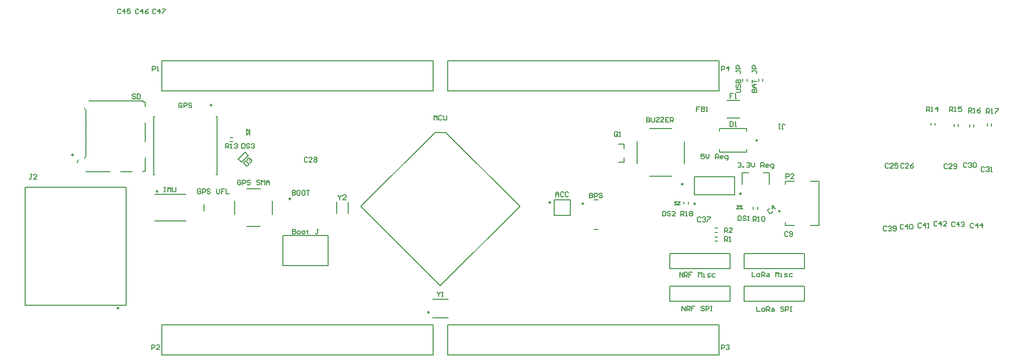
<source format=gbr>
%TF.GenerationSoftware,Altium Limited,Altium Designer,22.1.2 (22)*%
G04 Layer_Color=16777215*
%FSLAX45Y45*%
%MOMM*%
%TF.SameCoordinates,5EC5152B-D9DC-4A70-AFCB-378F050BE7B4*%
%TF.FilePolarity,Positive*%
%TF.FileFunction,Legend,Top*%
%TF.Part,Single*%
G01*
G75*
%TA.AperFunction,NonConductor*%
%ADD98C,0.25000*%
%ADD99C,0.20000*%
D98*
X11591574Y3635000D02*
G03*
X11591574Y3635000I-12500J0D01*
G01*
X11318351Y2735403D02*
G03*
X11318351Y2735403I-12500J0D01*
G01*
X11972500Y2442501D02*
G03*
X11972500Y2442501I-12500J0D01*
G01*
X1487500Y2775000D02*
G03*
X1487500Y2775000I-12500J0D01*
G01*
X830000Y805500D02*
G03*
X830000Y805500I-12500J0D01*
G01*
X10337500Y2897500D02*
G03*
X10337500Y2897500I-12500J0D01*
G01*
X61250Y3388750D02*
G03*
X61250Y3388750I-12500J0D01*
G01*
X6060000Y735000D02*
G03*
X6060000Y735000I-12500J0D01*
G01*
X8105000Y2587500D02*
G03*
X8105000Y2587500I-12500J0D01*
G01*
X8662500Y2567500D02*
G03*
X8662500Y2567500I-12500J0D01*
G01*
X3725000Y2650000D02*
G03*
X3725000Y2650000I-12500J0D01*
G01*
X10545425Y2565000D02*
G03*
X10545425Y2565000I-12500J0D01*
G01*
X2395000Y4229426D02*
G03*
X2395000Y4229426I-12500J0D01*
G01*
D99*
X273750Y3606220D02*
G03*
X283750Y3616220I0J10000D01*
G01*
Y3886220D02*
G03*
X273750Y3896220I-10000J0D01*
G01*
X147530Y3306218D02*
G03*
X133750Y3271750I36221J-34469D01*
G01*
X273750Y3876220D02*
G03*
X283750Y3886220I0J10000D01*
G01*
Y3616220D02*
G03*
X273750Y3626220I-10000J0D01*
G01*
X252429Y3330792D02*
G03*
X273751Y3371749I-28679J40958D01*
G01*
Y4137750D02*
G03*
X253841Y4177682I-50000J0D01*
G01*
X10955575Y3438000D02*
X11412575D01*
X10955575Y3787500D02*
Y3832000D01*
Y3438000D02*
Y3482500D01*
Y3832000D02*
X11412575D01*
Y3787500D02*
Y3832000D01*
Y3438000D02*
Y3482500D01*
X11333350Y3085403D02*
X11440850D01*
X11685851D02*
X11793351D01*
Y2892903D02*
Y3085403D01*
X11333350Y2892903D02*
Y3085403D01*
X12625000Y2197501D02*
X12625000Y2947500D01*
X12065000Y2892500D02*
Y2947500D01*
X12215000Y2947500D01*
X12485000D02*
X12625000Y2947500D01*
X12485000Y2197500D02*
X12625000Y2197501D01*
X12065000Y2197500D02*
X12215000Y2197501D01*
X12065000Y2252500D02*
X12065000Y2197500D01*
X1435000Y2725000D02*
X1965000D01*
X1435000Y2275000D02*
X1965000D01*
X10425000Y2559999D02*
X10425000Y2600000D01*
X10355000Y2559999D02*
Y2600000D01*
X10244575Y2550320D02*
X10294575Y2600319D01*
X10244574Y2550320D02*
X10244575D01*
X10194574Y2600319D02*
X10244574Y2550320D01*
X10194574Y2600319D02*
X10294575D01*
X10194574Y2550320D02*
X10294575Y2550320D01*
X11369000Y1473000D02*
Y1727000D01*
X12385000D01*
X11369000Y1473000D02*
X12385000D01*
Y1727000D01*
X11369000Y923000D02*
Y1177000D01*
X12385000Y1177000D01*
X11369000Y923000D02*
X12385000Y923000D01*
Y1177000D01*
X2844211Y3320780D02*
X2872496Y3292496D01*
X2844211Y3320780D02*
X2957348Y3433917D01*
X3013917Y3377348D01*
X2900780Y3264211D02*
X3013917Y3377348D01*
X2872496Y3292496D02*
X2900780Y3264211D01*
X-751000Y853000D02*
X951000D01*
Y2847000D01*
X-751000D02*
X951000D01*
X-751000Y853000D02*
Y2847000D01*
X9252500Y3270000D02*
X9340000D01*
Y3497500D02*
Y3570000D01*
Y3270000D02*
Y3342500D01*
X9252500Y3570000D02*
X9340000D01*
X15464999Y3880000D02*
Y3920000D01*
X15535001Y3880000D02*
Y3920000D01*
X15164999Y3860000D02*
Y3900000D01*
X15235001Y3860000D02*
Y3900000D01*
X2981892Y2817500D02*
X3218092D01*
X3417508Y2381900D02*
Y2618100D01*
X2981916Y2182492D02*
X3218116D01*
X2782500Y2381892D02*
Y2618092D01*
X9560000Y3242500D02*
Y3617500D01*
X9772500Y3830000D02*
X10147500D01*
X10360000Y3242500D02*
Y3617500D01*
X9772500Y3030000D02*
X10147500D01*
X6158558Y3768832D02*
X6340284D01*
X7587972Y2521144D01*
X6249421Y1182593D02*
X7587972Y2521144D01*
X4910870D02*
X6249421Y1182593D01*
X4910870Y2521144D02*
X6158558Y3768832D01*
X273750Y3626219D02*
Y3876220D01*
X1273751Y4207250D02*
X1273751Y4234250D01*
X1241751Y3113750D02*
X1273751Y3113750D01*
X1241751Y3101750D02*
Y3113750D01*
X1273751Y3113750D02*
Y3132250D01*
Y3610250D02*
Y3937250D01*
X1241751Y4284750D02*
X1273751D01*
X323750Y4296750D02*
X1241751D01*
X1273751Y4234250D02*
Y4284750D01*
Y3132250D02*
Y3340250D01*
X1233750Y3101750D02*
X1241751D01*
X273750Y3896220D02*
Y4137750D01*
X1241751Y4284750D02*
Y4296750D01*
X273750Y3371749D02*
Y3606220D01*
X863750Y3101750D02*
X1053750D01*
X278750Y3102350D02*
X683750D01*
X133750Y3260250D02*
Y3271750D01*
X10945000Y19000D02*
Y527000D01*
X6373000Y19000D02*
Y527000D01*
X10945000D01*
X6373000Y19000D02*
X10945000D01*
X6127000Y19000D02*
Y527000D01*
X1555000Y19000D02*
Y527000D01*
X6127000D01*
X1555000Y19000D02*
X6127000Y19000D01*
X6120000Y957500D02*
X6380000D01*
X6120000Y644400D02*
X6380000D01*
X14514999Y3890000D02*
Y3930000D01*
X14585001Y3890000D02*
Y3930000D01*
X8165000Y2365000D02*
Y2635000D01*
Y2365000D02*
X8435000D01*
Y2635000D01*
X8165000D02*
X8435000D01*
X8838400Y2630000D02*
X8901600D01*
X8838400Y2130000D02*
X8901600D01*
X11075500Y4307000D02*
X11294500D01*
X11075500Y4013000D02*
X11294500D01*
X11685000Y4630000D02*
Y4670000D01*
X11615000Y4630000D02*
Y4670000D01*
X11345000Y4630000D02*
Y4670000D01*
X11415000Y4630000D02*
Y4670000D01*
X11522000Y2469200D02*
Y2509200D01*
X11592000Y2469200D02*
Y2509200D01*
X10880000Y2005000D02*
X10920000D01*
X10880000Y1935000D02*
X10920000D01*
X11237991Y2479680D02*
X11287991Y2529680D01*
X11287991D01*
X11337991Y2479681D01*
X11237991Y2479680D02*
X11337991Y2479681D01*
X11237991Y2529680D02*
X11337991D01*
X10880000Y2155000D02*
X10920000D01*
X10880000Y2085000D02*
X10920000D01*
X10532925Y2720000D02*
X11202925Y2720000D01*
X10532925Y3020000D02*
X11202925D01*
X10532925Y2720000D02*
Y3020000D01*
X11202925Y2720000D02*
Y3020000D01*
X3594000Y1519000D02*
Y2027000D01*
X4356000Y1519000D02*
Y2027000D01*
X3594000Y1519000D02*
X4356000D01*
X3594000Y2027000D02*
X4356000D01*
X3594000D02*
X4080832D01*
X2262500Y2442500D02*
Y2557500D01*
X2467500Y4036925D02*
X2485000D01*
X1415000D02*
X1432500D01*
X1415000Y3056925D02*
Y4036925D01*
X2467500Y3056925D02*
X2485000D01*
X1415000D02*
X1432500D01*
X2485000D02*
Y4036925D01*
X2707075Y3615000D02*
X2747075D01*
X2707075Y3685000D02*
X2747075D01*
X10111000Y1473000D02*
Y1727000D01*
X11127000Y1727000D01*
X10111000Y1473000D02*
X11127000Y1473000D01*
Y1727000D01*
X10111000Y923000D02*
Y1177000D01*
X11127000D01*
X10111000Y923000D02*
X11127000D01*
Y1177000D01*
X2989680Y3825360D02*
X3039680Y3775360D01*
Y3775360D02*
Y3775360D01*
X2989681Y3725360D02*
X3039680Y3775360D01*
X2989680Y3825360D02*
X2989681Y3725360D01*
X3039680D02*
Y3825360D01*
X6373000Y4977000D02*
X10945000D01*
X6373000Y4469000D02*
X10945000D01*
X10945000Y4977000D02*
X10945000Y4469000D01*
X6373000D02*
Y4977000D01*
X1555000Y4977000D02*
X6127000D01*
X1555000Y4469000D02*
X6127000D01*
Y4977000D01*
X1555000Y4469000D02*
Y4977000D01*
X14905000Y3870000D02*
Y3910000D01*
X14975000Y3870000D02*
Y3910000D01*
X4700000Y2400000D02*
Y2600000D01*
X4500000Y2400000D02*
Y2600000D01*
X11131684Y3949987D02*
Y3870013D01*
X11171671D01*
X11185000Y3883342D01*
Y3936658D01*
X11171671Y3949987D01*
X11131684D01*
X11211658Y3870013D02*
X11238316D01*
X11224987D01*
Y3949987D01*
X11211658Y3936658D01*
X11263447Y3245390D02*
X11276777Y3258719D01*
X11303435D01*
X11316763Y3245390D01*
Y3232061D01*
X11303435Y3218732D01*
X11290105D01*
X11303435D01*
X11316763Y3205403D01*
Y3192074D01*
X11303435Y3178745D01*
X11276777D01*
X11263447Y3192074D01*
X11343422Y3178745D02*
Y3192074D01*
X11356751D01*
Y3178745D01*
X11343422D01*
X11410067Y3245390D02*
X11423396Y3258719D01*
X11450054D01*
X11463383Y3245390D01*
Y3232061D01*
X11450054Y3218732D01*
X11436725D01*
X11450054D01*
X11463383Y3205403D01*
Y3192074D01*
X11450054Y3178745D01*
X11423396D01*
X11410067Y3192074D01*
X11490041Y3258719D02*
Y3205403D01*
X11516699Y3178745D01*
X11543357Y3205403D01*
Y3258719D01*
X11649989Y3178745D02*
Y3258719D01*
X11689977D01*
X11703306Y3245390D01*
Y3218732D01*
X11689977Y3205403D01*
X11649989D01*
X11676647D02*
X11703306Y3178745D01*
X11769951D02*
X11743293D01*
X11729964Y3192074D01*
Y3218732D01*
X11743293Y3232061D01*
X11769951D01*
X11783280Y3218732D01*
Y3205403D01*
X11729964D01*
X11836596Y3152087D02*
X11849925D01*
X11863254Y3165416D01*
Y3232061D01*
X11823267D01*
X11809938Y3218732D01*
Y3192074D01*
X11823267Y3178745D01*
X11863254D01*
X10636684Y2326658D02*
X10623355Y2339987D01*
X10596697D01*
X10583368Y2326658D01*
Y2273342D01*
X10596697Y2260013D01*
X10623355D01*
X10636684Y2273342D01*
X10663342Y2326658D02*
X10676671Y2339987D01*
X10703329D01*
X10716658Y2326658D01*
Y2313329D01*
X10703329Y2300000D01*
X10690000D01*
X10703329D01*
X10716658Y2286671D01*
Y2273342D01*
X10703329Y2260013D01*
X10676671D01*
X10663342Y2273342D01*
X10743316Y2339987D02*
X10796632D01*
Y2326658D01*
X10743316Y2273342D01*
Y2260013D01*
X11036684Y1930013D02*
Y2009987D01*
X11076671D01*
X11090000Y1996658D01*
Y1970000D01*
X11076671Y1956671D01*
X11036684D01*
X11063342D02*
X11090000Y1930013D01*
X11116658D02*
X11143316D01*
X11129987D01*
Y2009987D01*
X11116658Y1996658D01*
X12073355Y2990013D02*
Y3069987D01*
X12113342D01*
X12126671Y3056658D01*
Y3030000D01*
X12113342Y3016671D01*
X12073355D01*
X12206645Y2990013D02*
X12153329D01*
X12206645Y3043329D01*
Y3056658D01*
X12193316Y3069987D01*
X12166658D01*
X12153329Y3056658D01*
X1588782Y2844987D02*
X1615440D01*
X1602111D01*
Y2765013D01*
X1588782D01*
X1615440D01*
X1655427D02*
Y2844987D01*
X1682086Y2818329D01*
X1708744Y2844987D01*
Y2765013D01*
X1735402Y2844987D02*
Y2778342D01*
X1748731Y2765013D01*
X1775389D01*
X1788718Y2778342D01*
Y2844987D01*
X10300032Y2360013D02*
Y2439987D01*
X10340019D01*
X10353348Y2426658D01*
Y2400000D01*
X10340019Y2386671D01*
X10300032D01*
X10326690D02*
X10353348Y2360013D01*
X10380006D02*
X10406664D01*
X10393336D01*
Y2439987D01*
X10380006Y2426658D01*
X10446652D02*
X10459981Y2439987D01*
X10486639D01*
X10499968Y2426658D01*
Y2413329D01*
X10486639Y2400000D01*
X10499968Y2386671D01*
Y2373342D01*
X10486639Y2360013D01*
X10459981D01*
X10446652Y2373342D01*
Y2386671D01*
X10459981Y2400000D01*
X10446652Y2413329D01*
Y2426658D01*
X10459981Y2400000D02*
X10486639D01*
X9993368Y2439987D02*
Y2360013D01*
X10033355D01*
X10046684Y2373342D01*
Y2426658D01*
X10033355Y2439987D01*
X9993368D01*
X10126658Y2426658D02*
X10113329Y2439987D01*
X10086671D01*
X10073342Y2426658D01*
Y2413329D01*
X10086671Y2400000D01*
X10113329D01*
X10126658Y2386671D01*
Y2373342D01*
X10113329Y2360013D01*
X10086671D01*
X10073342Y2373342D01*
X10206632Y2360013D02*
X10153316D01*
X10206632Y2413329D01*
Y2426658D01*
X10193303Y2439987D01*
X10166645D01*
X10153316Y2426658D01*
X11499910Y1414787D02*
Y1334813D01*
X11553226D01*
X11593213D02*
X11619871D01*
X11633200Y1348142D01*
Y1374800D01*
X11619871Y1388129D01*
X11593213D01*
X11579884Y1374800D01*
Y1348142D01*
X11593213Y1334813D01*
X11659858D02*
Y1414787D01*
X11699846D01*
X11713174Y1401458D01*
Y1374800D01*
X11699846Y1361471D01*
X11659858D01*
X11686516D02*
X11713174Y1334813D01*
X11753162Y1388129D02*
X11779820D01*
X11793149Y1374800D01*
Y1334813D01*
X11753162D01*
X11739833Y1348142D01*
X11753162Y1361471D01*
X11793149D01*
X11899781Y1334813D02*
Y1414787D01*
X11926439Y1388129D01*
X11953097Y1414787D01*
Y1334813D01*
X11979755D02*
X12006413D01*
X11993084D01*
Y1388129D01*
X11979755D01*
X12046400Y1334813D02*
X12086388D01*
X12099716Y1348142D01*
X12086388Y1361471D01*
X12059729D01*
X12046400Y1374800D01*
X12059729Y1388129D01*
X12099716D01*
X12179691D02*
X12139704D01*
X12126375Y1374800D01*
Y1348142D01*
X12139704Y1334813D01*
X12179691D01*
X11582761Y829987D02*
Y750013D01*
X11636077D01*
X11676065D02*
X11702723D01*
X11716051Y763342D01*
Y790000D01*
X11702723Y803329D01*
X11676065D01*
X11662735Y790000D01*
Y763342D01*
X11676065Y750013D01*
X11742710D02*
Y829987D01*
X11782697D01*
X11796026Y816658D01*
Y790000D01*
X11782697Y776671D01*
X11742710D01*
X11769368D02*
X11796026Y750013D01*
X11836013Y803329D02*
X11862671D01*
X11876000Y790000D01*
Y750013D01*
X11836013D01*
X11822684Y763342D01*
X11836013Y776671D01*
X11876000D01*
X12035948Y816658D02*
X12022619Y829987D01*
X11995961D01*
X11982632Y816658D01*
Y803329D01*
X11995961Y790000D01*
X12022619D01*
X12035948Y776671D01*
Y763342D01*
X12022619Y750013D01*
X11995961D01*
X11982632Y763342D01*
X12062606Y750013D02*
Y829987D01*
X12102594D01*
X12115922Y816658D01*
Y790000D01*
X12102594Y776671D01*
X12062606D01*
X12142580Y829987D02*
X12169239D01*
X12155910D01*
Y750013D01*
X12142580D01*
X12169239D01*
X2931445Y3252433D02*
X2987996Y3195882D01*
X3016271Y3224158D01*
X3016271Y3243008D01*
X2978570Y3280708D01*
X2959721D01*
X2931445Y3252433D01*
X2997420Y3299558D02*
X2997421Y3318408D01*
X3016271Y3337258D01*
X3035121D01*
X3044546Y3327833D01*
Y3308983D01*
X3035121Y3299558D01*
X3044546Y3308983D01*
X3063396Y3308983D01*
X3072821Y3299558D01*
X3072821Y3280708D01*
X3053971Y3261858D01*
X3035121D01*
X-630919Y3059633D02*
X-657578D01*
X-644248D01*
Y2992988D01*
X-657578Y2979659D01*
X-670906D01*
X-684236Y2992988D01*
X-550945Y2979659D02*
X-604261D01*
X-550945Y3032975D01*
Y3046304D01*
X-564274Y3059633D01*
X-590932D01*
X-604261Y3046304D01*
X12001611Y3826207D02*
X12028269D01*
X12014940D01*
Y3892853D01*
X12028269Y3906182D01*
X12041598D01*
X12054927Y3892853D01*
X11974953Y3906182D02*
X11948295D01*
X11961624D01*
Y3826207D01*
X11974953Y3839536D01*
X15450032Y4090013D02*
Y4169987D01*
X15490019D01*
X15503348Y4156658D01*
Y4130000D01*
X15490019Y4116671D01*
X15450032D01*
X15476691D02*
X15503348Y4090013D01*
X15530006D02*
X15556664D01*
X15543335D01*
Y4169987D01*
X15530006Y4156658D01*
X15596652Y4169987D02*
X15649968D01*
Y4156658D01*
X15596652Y4103342D01*
Y4090013D01*
X15150032Y4100013D02*
Y4179987D01*
X15190019D01*
X15203348Y4166658D01*
Y4140000D01*
X15190019Y4126671D01*
X15150032D01*
X15176691D02*
X15203348Y4100013D01*
X15230006D02*
X15256664D01*
X15243336D01*
Y4179987D01*
X15230006Y4166658D01*
X15349968Y4179987D02*
X15323309Y4166658D01*
X15296652Y4140000D01*
Y4113342D01*
X15309981Y4100013D01*
X15336639D01*
X15349968Y4113342D01*
Y4126671D01*
X15336639Y4140000D01*
X15296652D01*
X9233137Y3714628D02*
Y3767944D01*
X9219808Y3781273D01*
X9193150D01*
X9179821Y3767944D01*
Y3714628D01*
X9193150Y3701298D01*
X9219808D01*
X9206479Y3727956D02*
X9233137Y3701298D01*
X9219808D02*
X9233137Y3714628D01*
X9259795Y3701298D02*
X9286453D01*
X9273124D01*
Y3781273D01*
X9259795Y3767944D01*
X1455528Y5835084D02*
X1442199Y5848412D01*
X1415541D01*
X1402212Y5835084D01*
Y5781767D01*
X1415541Y5768438D01*
X1442199D01*
X1455528Y5781767D01*
X1522173Y5768438D02*
Y5848412D01*
X1482186Y5808426D01*
X1535502D01*
X1562160Y5848412D02*
X1615477D01*
Y5835084D01*
X1562160Y5781767D01*
Y5768438D01*
X1165528Y5835084D02*
X1152199Y5848412D01*
X1125541D01*
X1112212Y5835084D01*
Y5781767D01*
X1125541Y5768438D01*
X1152199D01*
X1165528Y5781767D01*
X1232174Y5768438D02*
Y5848412D01*
X1192186Y5808426D01*
X1245502D01*
X1325477Y5848412D02*
X1298819Y5835084D01*
X1272161Y5808426D01*
Y5781767D01*
X1285490Y5768438D01*
X1312148D01*
X1325477Y5781767D01*
Y5795096D01*
X1312148Y5808426D01*
X1272161D01*
X865528Y5835084D02*
X852199Y5848412D01*
X825541D01*
X812212Y5835084D01*
Y5781767D01*
X825541Y5768438D01*
X852199D01*
X865528Y5781767D01*
X932174Y5768438D02*
Y5848412D01*
X892186Y5808426D01*
X945503D01*
X1025477Y5848412D02*
X972161D01*
Y5808426D01*
X998819Y5821754D01*
X1012148D01*
X1025477Y5808426D01*
Y5781767D01*
X1012148Y5768438D01*
X985490D01*
X972161Y5781767D01*
X2886735Y2951650D02*
X2873406Y2964979D01*
X2846748D01*
X2833419Y2951650D01*
Y2898334D01*
X2846748Y2885005D01*
X2873406D01*
X2886735Y2898334D01*
Y2924992D01*
X2860077D01*
X2913393Y2885005D02*
Y2964979D01*
X2953381D01*
X2966710Y2951650D01*
Y2924992D01*
X2953381Y2911663D01*
X2913393D01*
X3046684Y2951650D02*
X3033355Y2964979D01*
X3006697D01*
X2993368Y2951650D01*
Y2938321D01*
X3006697Y2924992D01*
X3033355D01*
X3046684Y2911663D01*
Y2898334D01*
X3033355Y2885005D01*
X3006697D01*
X2993368Y2898334D01*
X3206632Y2951650D02*
X3193303Y2964979D01*
X3166645D01*
X3153316Y2951650D01*
Y2938321D01*
X3166645Y2924992D01*
X3193303D01*
X3206632Y2911663D01*
Y2898334D01*
X3193303Y2885005D01*
X3166645D01*
X3153316Y2898334D01*
X3233290Y2885005D02*
Y2964979D01*
X3259948Y2938321D01*
X3286606Y2964979D01*
Y2885005D01*
X3313264D02*
Y2938321D01*
X3339922Y2964979D01*
X3366581Y2938321D01*
Y2885005D01*
Y2924992D01*
X3313264D01*
X9723407Y4019987D02*
Y3940013D01*
X9763394D01*
X9776723Y3953342D01*
Y3966671D01*
X9763394Y3980000D01*
X9723407D01*
X9763394D01*
X9776723Y3993329D01*
Y4006658D01*
X9763394Y4019987D01*
X9723407D01*
X9803381D02*
Y3953342D01*
X9816710Y3940013D01*
X9843368D01*
X9856697Y3953342D01*
Y4019987D01*
X9883355D02*
X9936671D01*
Y4006658D01*
X9883355Y3953342D01*
Y3940013D01*
X9936671D01*
X9963329Y4019987D02*
X10016645D01*
Y4006658D01*
X9963329Y3953342D01*
Y3940013D01*
X10016645D01*
X10096619Y4019987D02*
X10043303D01*
Y3940013D01*
X10096619D01*
X10043303Y3980000D02*
X10069961D01*
X10123277Y3940013D02*
Y4019987D01*
X10163265D01*
X10176594Y4006658D01*
Y3980000D01*
X10163265Y3966671D01*
X10123277D01*
X10149936D02*
X10176594Y3940013D01*
X6143368Y3974658D02*
Y4054632D01*
X6170026Y4027974D01*
X6196684Y4054632D01*
Y3974658D01*
X6276658Y4041303D02*
X6263329Y4054632D01*
X6236671D01*
X6223342Y4041303D01*
Y3987987D01*
X6236671Y3974658D01*
X6263329D01*
X6276658Y3987987D01*
X6303316Y4054632D02*
Y3987987D01*
X6316645Y3974658D01*
X6343303D01*
X6356632Y3987987D01*
Y4054632D01*
X14440031Y4120013D02*
Y4199987D01*
X14480019D01*
X14493349Y4186658D01*
Y4160000D01*
X14480019Y4146671D01*
X14440031D01*
X14466690D02*
X14493349Y4120013D01*
X14520006D02*
X14546664D01*
X14533334D01*
Y4199987D01*
X14520006Y4186658D01*
X14626639Y4120013D02*
Y4199987D01*
X14586652Y4160000D01*
X14639967D01*
X14353458Y2225083D02*
X14340128Y2238412D01*
X14313470D01*
X14300140Y2225083D01*
Y2171767D01*
X14313470Y2158438D01*
X14340128D01*
X14353458Y2171767D01*
X14420102Y2158438D02*
Y2238412D01*
X14380115Y2198425D01*
X14433430D01*
X14460089Y2158438D02*
X14486748D01*
X14473419D01*
Y2238412D01*
X14460089Y2225083D01*
X14050128Y2205084D02*
X14036800Y2218413D01*
X14010141D01*
X13996812Y2205084D01*
Y2151768D01*
X14010141Y2138438D01*
X14036800D01*
X14050128Y2151768D01*
X14116772Y2138438D02*
Y2218413D01*
X14076785Y2178426D01*
X14130103D01*
X14156760Y2205084D02*
X14170090Y2218413D01*
X14196748D01*
X14210075Y2205084D01*
Y2151768D01*
X14196748Y2138438D01*
X14170090D01*
X14156760Y2151768D01*
Y2205084D01*
X13770128Y2175084D02*
X13756799Y2188413D01*
X13730141D01*
X13716812Y2175084D01*
Y2121768D01*
X13730141Y2108439D01*
X13756799D01*
X13770128Y2121768D01*
X13796786Y2175084D02*
X13810115Y2188413D01*
X13836774D01*
X13850102Y2175084D01*
Y2161755D01*
X13836774Y2148426D01*
X13823444D01*
X13836774D01*
X13850102Y2135097D01*
Y2121768D01*
X13836774Y2108439D01*
X13810115D01*
X13796786Y2121768D01*
X13876759D02*
X13890089Y2108439D01*
X13916748D01*
X13930077Y2121768D01*
Y2175084D01*
X13916748Y2188413D01*
X13890089D01*
X13876759Y2175084D01*
Y2161755D01*
X13890089Y2148426D01*
X13930077D01*
X4525285Y2712725D02*
Y2699396D01*
X4551943Y2672738D01*
X4578601Y2699396D01*
Y2712725D01*
X4551943Y2672738D02*
Y2632751D01*
X4658575D02*
X4605259D01*
X4658575Y2686067D01*
Y2699396D01*
X4645246Y2712725D01*
X4618588D01*
X4605259Y2699396D01*
X6190536Y1081595D02*
Y1068267D01*
X6217194Y1041609D01*
X6243852Y1068267D01*
Y1081595D01*
X6217194Y1041609D02*
Y1001621D01*
X6270510D02*
X6297168D01*
X6283839D01*
Y1081595D01*
X6270510Y1068267D01*
X11230013Y4443407D02*
X11296658D01*
X11309987Y4456736D01*
Y4483394D01*
X11296658Y4496723D01*
X11230013D01*
X11243342Y4576697D02*
X11230013Y4563368D01*
Y4536710D01*
X11243342Y4523381D01*
X11256671D01*
X11270000Y4536710D01*
Y4563368D01*
X11283329Y4576697D01*
X11296658D01*
X11309987Y4563368D01*
Y4536710D01*
X11296658Y4523381D01*
X11230013Y4603355D02*
X11309987D01*
Y4643342D01*
X11296658Y4656671D01*
X11283329D01*
X11270000Y4643342D01*
Y4603355D01*
Y4643342D01*
X11256671Y4656671D01*
X11243342D01*
X11230013Y4643342D01*
Y4603355D01*
Y4816620D02*
Y4789961D01*
Y4803291D01*
X11296658D01*
X11309987Y4789961D01*
Y4776633D01*
X11296658Y4763303D01*
X11309987Y4843278D02*
X11230013D01*
Y4883265D01*
X11243342Y4896594D01*
X11270000D01*
X11283329Y4883265D01*
Y4843278D01*
X1111671Y4401658D02*
X1098342Y4414987D01*
X1071684D01*
X1058355Y4401658D01*
Y4388329D01*
X1071684Y4375000D01*
X1098342D01*
X1111671Y4361671D01*
Y4348342D01*
X1098342Y4335013D01*
X1071684D01*
X1058355Y4348342D01*
X1138329Y4414987D02*
Y4335013D01*
X1178316D01*
X1191645Y4348342D01*
Y4401658D01*
X1178316Y4414987D01*
X1138329D01*
X14830032Y4120013D02*
Y4199987D01*
X14870020D01*
X14883348Y4186658D01*
Y4160000D01*
X14870020Y4146671D01*
X14830032D01*
X14856689D02*
X14883348Y4120013D01*
X14910007D02*
X14936665D01*
X14923335D01*
Y4199987D01*
X14910007Y4186658D01*
X15029968Y4199987D02*
X14976653D01*
Y4160000D01*
X15003310Y4173329D01*
X15016640D01*
X15029968Y4160000D01*
Y4133342D01*
X15016640Y4120013D01*
X14989981D01*
X14976653Y4133342D01*
X2630032Y3500013D02*
Y3579987D01*
X2670019D01*
X2683348Y3566658D01*
Y3540000D01*
X2670019Y3526671D01*
X2630032D01*
X2656690D02*
X2683348Y3500013D01*
X2710006D02*
X2736664D01*
X2723335D01*
Y3579987D01*
X2710006Y3566658D01*
X2776652D02*
X2789981Y3579987D01*
X2816639D01*
X2829968Y3566658D01*
Y3553329D01*
X2816639Y3540000D01*
X2803310D01*
X2816639D01*
X2829968Y3526671D01*
Y3513342D01*
X2816639Y3500013D01*
X2789981D01*
X2776652Y3513342D01*
X11517032Y2269213D02*
Y2349187D01*
X11557020D01*
X11570348Y2335858D01*
Y2309200D01*
X11557020Y2295871D01*
X11517032D01*
X11543690D02*
X11570348Y2269213D01*
X11597007D02*
X11623665D01*
X11610336D01*
Y2349187D01*
X11597007Y2335858D01*
X11663652D02*
X11676981Y2349187D01*
X11703639D01*
X11716968Y2335858D01*
Y2282542D01*
X11703639Y2269213D01*
X11676981D01*
X11663652Y2282542D01*
Y2335858D01*
X11033355Y2080013D02*
Y2159987D01*
X11073342D01*
X11086671Y2146658D01*
Y2120000D01*
X11073342Y2106671D01*
X11033355D01*
X11060013D02*
X11086671Y2080013D01*
X11166645D02*
X11113329D01*
X11166645Y2133329D01*
Y2146658D01*
X11153316Y2159987D01*
X11126658D01*
X11113329Y2146658D01*
X10987355Y4806013D02*
Y4885987D01*
X11027342D01*
X11040671Y4872658D01*
Y4846000D01*
X11027342Y4832671D01*
X10987355D01*
X11107316Y4806013D02*
Y4885987D01*
X11067329Y4846000D01*
X11120645D01*
X10983355Y106013D02*
Y185987D01*
X11023342D01*
X11036671Y172658D01*
Y146000D01*
X11023342Y132671D01*
X10983355D01*
X11063329Y172658D02*
X11076658Y185987D01*
X11103316D01*
X11116645Y172658D01*
Y159329D01*
X11103316Y146000D01*
X11089987D01*
X11103316D01*
X11116645Y132671D01*
Y119342D01*
X11103316Y106013D01*
X11076658D01*
X11063329Y119342D01*
X1383355Y106013D02*
Y185987D01*
X1423343D01*
X1436671Y172658D01*
Y146000D01*
X1423343Y132671D01*
X1383355D01*
X1516646Y106013D02*
X1463330D01*
X1516646Y159329D01*
Y172658D01*
X1503317Y185987D01*
X1476659D01*
X1463330Y172658D01*
X1396684Y4806013D02*
Y4885987D01*
X1436671D01*
X1450000Y4872658D01*
Y4846000D01*
X1436671Y4832671D01*
X1396684D01*
X1476658Y4806013D02*
X1503316D01*
X1489987D01*
Y4885987D01*
X1476658Y4872658D01*
X10321748Y760013D02*
Y839987D01*
X10375065Y760013D01*
Y839987D01*
X10401723Y760013D02*
Y839987D01*
X10441710D01*
X10455039Y826658D01*
Y800000D01*
X10441710Y786671D01*
X10401723D01*
X10428381D02*
X10455039Y760013D01*
X10535013Y839987D02*
X10481697D01*
Y800000D01*
X10508355D01*
X10481697D01*
Y760013D01*
X10694961Y826658D02*
X10681632Y839987D01*
X10654974D01*
X10641645Y826658D01*
Y813329D01*
X10654974Y800000D01*
X10681632D01*
X10694961Y786671D01*
Y773342D01*
X10681632Y760013D01*
X10654974D01*
X10641645Y773342D01*
X10721619Y760013D02*
Y839987D01*
X10761607D01*
X10774936Y826658D01*
Y800000D01*
X10761607Y786671D01*
X10721619D01*
X10801594Y839987D02*
X10828252D01*
X10814923D01*
Y760013D01*
X10801594D01*
X10828252D01*
X10280097Y1330013D02*
Y1409987D01*
X10333413Y1330013D01*
Y1409987D01*
X10360071Y1330013D02*
Y1409987D01*
X10400058D01*
X10413387Y1396658D01*
Y1370000D01*
X10400058Y1356671D01*
X10360071D01*
X10386729D02*
X10413387Y1330013D01*
X10493361Y1409987D02*
X10440045D01*
Y1370000D01*
X10466703D01*
X10440045D01*
Y1330013D01*
X10599994D02*
Y1409987D01*
X10626652Y1383329D01*
X10653310Y1409987D01*
Y1330013D01*
X10679968D02*
X10706626D01*
X10693297D01*
Y1383329D01*
X10679968D01*
X10746613Y1330013D02*
X10786600D01*
X10799929Y1343342D01*
X10786600Y1356671D01*
X10759942D01*
X10746613Y1370000D01*
X10759942Y1383329D01*
X10799929D01*
X10879903D02*
X10839916D01*
X10826587Y1370000D01*
Y1343342D01*
X10839916Y1330013D01*
X10879903D01*
X2211735Y2801658D02*
X2198407Y2814987D01*
X2171749D01*
X2158419Y2801658D01*
Y2748342D01*
X2171749Y2735013D01*
X2198407D01*
X2211735Y2748342D01*
Y2775000D01*
X2185077D01*
X2238394Y2735013D02*
Y2814987D01*
X2278381D01*
X2291710Y2801658D01*
Y2775000D01*
X2278381Y2761671D01*
X2238394D01*
X2371684Y2801658D02*
X2358355Y2814987D01*
X2331697D01*
X2318368Y2801658D01*
Y2788329D01*
X2331697Y2775000D01*
X2358355D01*
X2371684Y2761671D01*
Y2748342D01*
X2358355Y2735013D01*
X2331697D01*
X2318368Y2748342D01*
X2478316Y2814987D02*
Y2748342D01*
X2491645Y2735013D01*
X2518303D01*
X2531632Y2748342D01*
Y2814987D01*
X2611606D02*
X2558290D01*
Y2775000D01*
X2584948D01*
X2558290D01*
Y2735013D01*
X2638264Y2814987D02*
Y2735013D01*
X2691581D01*
X1896684Y4251658D02*
X1883355Y4264987D01*
X1856697D01*
X1843368Y4251658D01*
Y4198342D01*
X1856697Y4185013D01*
X1883355D01*
X1896684Y4198342D01*
Y4225000D01*
X1870026D01*
X1923342Y4185013D02*
Y4264987D01*
X1963329D01*
X1976658Y4251658D01*
Y4225000D01*
X1963329Y4211671D01*
X1923342D01*
X2056632Y4251658D02*
X2043303Y4264987D01*
X2016645D01*
X2003316Y4251658D01*
Y4238329D01*
X2016645Y4225000D01*
X2043303D01*
X2056632Y4211671D01*
Y4198342D01*
X2043303Y4185013D01*
X2016645D01*
X2003316Y4198342D01*
X10620013Y4199987D02*
X10566697D01*
Y4160000D01*
X10593355D01*
X10566697D01*
Y4120013D01*
X10646671Y4199987D02*
Y4120013D01*
X10686658D01*
X10699987Y4133342D01*
Y4146671D01*
X10686658Y4160000D01*
X10646671D01*
X10686658D01*
X10699987Y4173329D01*
Y4186658D01*
X10686658Y4199987D01*
X10646671D01*
X10726645Y4120013D02*
X10753303D01*
X10739974D01*
Y4199987D01*
X10726645Y4186658D01*
X11185000Y4424987D02*
X11131684D01*
Y4385000D01*
X11158342D01*
X11131684D01*
Y4345013D01*
X11211658D02*
X11238316D01*
X11224987D01*
Y4424987D01*
X11211658Y4411658D01*
X2903368Y3579987D02*
Y3500013D01*
X2943355D01*
X2956684Y3513342D01*
Y3566658D01*
X2943355Y3579987D01*
X2903368D01*
X3036658Y3566658D02*
X3023329Y3579987D01*
X2996671D01*
X2983342Y3566658D01*
Y3553329D01*
X2996671Y3540000D01*
X3023329D01*
X3036658Y3526671D01*
Y3513342D01*
X3023329Y3500013D01*
X2996671D01*
X2983342Y3513342D01*
X3063316Y3566658D02*
X3076645Y3579987D01*
X3103303D01*
X3116632Y3566658D01*
Y3553329D01*
X3103303Y3540000D01*
X3089974D01*
X3103303D01*
X3116632Y3526671D01*
Y3513342D01*
X3103303Y3500013D01*
X3076645D01*
X3063316Y3513342D01*
X11266697Y2359987D02*
Y2280013D01*
X11306684D01*
X11320013Y2293342D01*
Y2346658D01*
X11306684Y2359987D01*
X11266697D01*
X11399987Y2346658D02*
X11386658Y2359987D01*
X11360000D01*
X11346671Y2346658D01*
Y2333329D01*
X11360000Y2320000D01*
X11386658D01*
X11399987Y2306671D01*
Y2293342D01*
X11386658Y2280013D01*
X11360000D01*
X11346671Y2293342D01*
X11426645Y2280013D02*
X11453303D01*
X11439974D01*
Y2359987D01*
X11426645Y2346658D01*
X15233775Y2224124D02*
X15220447Y2237452D01*
X15193790D01*
X15180460Y2224124D01*
Y2170807D01*
X15193790Y2157478D01*
X15220447D01*
X15233775Y2170807D01*
X15300423Y2157478D02*
Y2237452D01*
X15260434Y2197466D01*
X15313750D01*
X15380396Y2157478D02*
Y2237452D01*
X15340408Y2197466D01*
X15393726D01*
X14920128Y2245083D02*
X14906799Y2258412D01*
X14880141D01*
X14866812Y2245083D01*
Y2191767D01*
X14880141Y2178438D01*
X14906799D01*
X14920128Y2191767D01*
X14986774Y2178438D02*
Y2258412D01*
X14946786Y2218425D01*
X15000102D01*
X15026759Y2245083D02*
X15040089Y2258412D01*
X15066747D01*
X15080077Y2245083D01*
Y2231754D01*
X15066747Y2218425D01*
X15053418D01*
X15066747D01*
X15080077Y2205096D01*
Y2191767D01*
X15066747Y2178438D01*
X15040089D01*
X15026759Y2191767D01*
X14620128Y2255083D02*
X14606799Y2268412D01*
X14580141D01*
X14566812Y2255083D01*
Y2201767D01*
X14580141Y2188438D01*
X14606799D01*
X14620128Y2201767D01*
X14686774Y2188438D02*
Y2268412D01*
X14646786Y2228425D01*
X14700102D01*
X14780077Y2188438D02*
X14726759D01*
X14780077Y2241754D01*
Y2255083D01*
X14766747Y2268412D01*
X14740089D01*
X14726759Y2255083D01*
X15417105Y3174124D02*
X15403777Y3187453D01*
X15377118D01*
X15363789Y3174124D01*
Y3120808D01*
X15377118Y3107478D01*
X15403777D01*
X15417105Y3120808D01*
X15443764Y3174124D02*
X15457092Y3187453D01*
X15483751D01*
X15497079Y3174124D01*
Y3160795D01*
X15483751Y3147466D01*
X15470421D01*
X15483751D01*
X15497079Y3134136D01*
Y3120808D01*
X15483751Y3107478D01*
X15457092D01*
X15443764Y3120808D01*
X15523738Y3107478D02*
X15550397D01*
X15537067D01*
Y3187453D01*
X15523738Y3174124D01*
X15120128Y3245084D02*
X15106799Y3258413D01*
X15080141D01*
X15066812Y3245084D01*
Y3191768D01*
X15080141Y3178438D01*
X15106799D01*
X15120128Y3191768D01*
X15146786Y3245084D02*
X15160115Y3258413D01*
X15186774D01*
X15200102Y3245084D01*
Y3231755D01*
X15186774Y3218426D01*
X15173444D01*
X15186774D01*
X15200102Y3205096D01*
Y3191768D01*
X15186774Y3178438D01*
X15160115D01*
X15146786Y3191768D01*
X15226759Y3245084D02*
X15240089Y3258413D01*
X15266747D01*
X15280077Y3245084D01*
Y3191768D01*
X15266747Y3178438D01*
X15240089D01*
X15226759Y3191768D01*
Y3245084D01*
X14790050Y3227084D02*
X14776721Y3240413D01*
X14750063D01*
X14736734Y3227084D01*
Y3173768D01*
X14750063Y3160438D01*
X14776721D01*
X14790050Y3173768D01*
X14870024Y3160438D02*
X14816708D01*
X14870024Y3213755D01*
Y3227084D01*
X14856696Y3240413D01*
X14830037D01*
X14816708Y3227084D01*
X14896683Y3173768D02*
X14910011Y3160438D01*
X14936668D01*
X14949998Y3173768D01*
Y3227084D01*
X14936668Y3240413D01*
X14910011D01*
X14896683Y3227084D01*
Y3213755D01*
X14910011Y3200426D01*
X14949998D01*
X4010128Y3335084D02*
X3996799Y3348413D01*
X3970141D01*
X3956812Y3335084D01*
Y3281768D01*
X3970141Y3268438D01*
X3996799D01*
X4010128Y3281768D01*
X4090102Y3268438D02*
X4036786D01*
X4090102Y3321755D01*
Y3335084D01*
X4076773Y3348413D01*
X4050115D01*
X4036786Y3335084D01*
X4116760D02*
X4130090Y3348413D01*
X4156748D01*
X4170076Y3335084D01*
Y3321755D01*
X4156748Y3308426D01*
X4170076Y3295097D01*
Y3281768D01*
X4156748Y3268438D01*
X4130090D01*
X4116760Y3281768D01*
Y3295097D01*
X4130090Y3308426D01*
X4116760Y3321755D01*
Y3335084D01*
X4130090Y3308426D02*
X4156748D01*
X14060127Y3235084D02*
X14046799Y3248413D01*
X14020142D01*
X14006812Y3235084D01*
Y3181768D01*
X14020142Y3168438D01*
X14046799D01*
X14060127Y3181768D01*
X14140102Y3168438D02*
X14086786D01*
X14140102Y3221755D01*
Y3235084D01*
X14126773Y3248413D01*
X14100114D01*
X14086786Y3235084D01*
X14220076Y3248413D02*
X14193417Y3235084D01*
X14166760Y3208426D01*
Y3181768D01*
X14180089Y3168438D01*
X14206747D01*
X14220076Y3181768D01*
Y3195096D01*
X14206747Y3208426D01*
X14166760D01*
X13800128Y3235084D02*
X13786800Y3248413D01*
X13760141D01*
X13746812Y3235084D01*
Y3181768D01*
X13760141Y3168438D01*
X13786800D01*
X13800128Y3181768D01*
X13880103Y3168438D02*
X13826785D01*
X13880103Y3221755D01*
Y3235084D01*
X13866772Y3248413D01*
X13840115D01*
X13826785Y3235084D01*
X13960075Y3248413D02*
X13906760D01*
Y3208426D01*
X13933418Y3221755D01*
X13946748D01*
X13960075Y3208426D01*
Y3181768D01*
X13946748Y3168438D01*
X13920090D01*
X13906760Y3181768D01*
X12102471Y2084058D02*
X12089142Y2097387D01*
X12062484D01*
X12049155Y2084058D01*
Y2030742D01*
X12062484Y2017413D01*
X12089142D01*
X12102471Y2030742D01*
X12129129D02*
X12142458Y2017413D01*
X12169116D01*
X12182445Y2030742D01*
Y2084058D01*
X12169116Y2097387D01*
X12142458D01*
X12129129Y2084058D01*
Y2070729D01*
X12142458Y2057400D01*
X12182445D01*
X11801725Y2479425D02*
X11782875D01*
X11764025Y2460575D01*
X11764024Y2441725D01*
X11801725Y2404025D01*
X11820575D01*
X11839425Y2422875D01*
X11839425Y2441725D01*
X11895975Y2479425D02*
X11839425Y2535976D01*
X11839425Y2479425D01*
X11877125Y2517126D01*
X8763368Y2744987D02*
Y2665013D01*
X8803355D01*
X8816684Y2678342D01*
Y2691671D01*
X8803355Y2705000D01*
X8763368D01*
X8803355D01*
X8816684Y2718329D01*
Y2731658D01*
X8803355Y2744987D01*
X8763368D01*
X8843342Y2665013D02*
Y2744987D01*
X8883329D01*
X8896658Y2731658D01*
Y2705000D01*
X8883329Y2691671D01*
X8843342D01*
X8976632Y2731658D02*
X8963303Y2744987D01*
X8936645D01*
X8923316Y2731658D01*
Y2718329D01*
X8936645Y2705000D01*
X8963303D01*
X8976632Y2691671D01*
Y2678342D01*
X8963303Y2665013D01*
X8936645D01*
X8923316Y2678342D01*
X3753381Y2789987D02*
Y2710013D01*
X3793368D01*
X3806697Y2723342D01*
Y2736671D01*
X3793368Y2750000D01*
X3753381D01*
X3793368D01*
X3806697Y2763329D01*
Y2776658D01*
X3793368Y2789987D01*
X3753381D01*
X3873342D02*
X3846684D01*
X3833355Y2776658D01*
Y2723342D01*
X3846684Y2710013D01*
X3873342D01*
X3886671Y2723342D01*
Y2776658D01*
X3873342Y2789987D01*
X3953316D02*
X3926658D01*
X3913329Y2776658D01*
Y2723342D01*
X3926658Y2710013D01*
X3953316D01*
X3966645Y2723342D01*
Y2776658D01*
X3953316Y2789987D01*
X3993303D02*
X4046620D01*
X4019961D01*
Y2710013D01*
X3755071Y2135987D02*
Y2056013D01*
X3795058D01*
X3808387Y2069342D01*
Y2082671D01*
X3795058Y2096000D01*
X3755071D01*
X3795058D01*
X3808387Y2109329D01*
Y2122658D01*
X3795058Y2135987D01*
X3755071D01*
X3848374Y2056013D02*
X3875032D01*
X3888361Y2069342D01*
Y2096000D01*
X3875032Y2109329D01*
X3848374D01*
X3835045Y2096000D01*
Y2069342D01*
X3848374Y2056013D01*
X3928349D02*
X3955007D01*
X3968335Y2069342D01*
Y2096000D01*
X3955007Y2109329D01*
X3928349D01*
X3915019Y2096000D01*
Y2069342D01*
X3928349Y2056013D01*
X4008323Y2122658D02*
Y2109329D01*
X3994994D01*
X4021652D01*
X4008323D01*
Y2069342D01*
X4021652Y2056013D01*
X4194929Y2135987D02*
X4168271D01*
X4181600D01*
Y2069342D01*
X4168271Y2056013D01*
X4154942D01*
X4141613Y2069342D01*
X11500013Y4443407D02*
X11579987D01*
Y4483394D01*
X11566658Y4496723D01*
X11553329D01*
X11540000Y4483394D01*
Y4443407D01*
Y4483394D01*
X11526671Y4496723D01*
X11513342D01*
X11500013Y4483394D01*
Y4443407D01*
X11579987Y4523381D02*
X11526671D01*
X11500013Y4550039D01*
X11526671Y4576697D01*
X11579987D01*
X11540000D01*
Y4523381D01*
X11500013Y4603355D02*
Y4656671D01*
Y4630013D01*
X11579987D01*
X11500013Y4816620D02*
Y4789961D01*
Y4803291D01*
X11566658D01*
X11579987Y4789961D01*
Y4776633D01*
X11566658Y4763303D01*
X11579987Y4843278D02*
X11500013D01*
Y4883265D01*
X11513342Y4896594D01*
X11540000D01*
X11553329Y4883265D01*
Y4843278D01*
X8193368Y2685013D02*
Y2738329D01*
X8220026Y2764987D01*
X8246684Y2738329D01*
Y2685013D01*
Y2725000D01*
X8193368D01*
X8326658Y2751658D02*
X8313329Y2764987D01*
X8286671D01*
X8273342Y2751658D01*
Y2698342D01*
X8286671Y2685013D01*
X8313329D01*
X8326658Y2698342D01*
X8406632Y2751658D02*
X8393303Y2764987D01*
X8366645D01*
X8353316Y2751658D01*
Y2698342D01*
X8366645Y2685013D01*
X8393303D01*
X8406632Y2698342D01*
X10694648Y3403316D02*
X10641332D01*
Y3363329D01*
X10667990Y3376658D01*
X10681319D01*
X10694648Y3363329D01*
Y3336671D01*
X10681319Y3323342D01*
X10654661D01*
X10641332Y3336671D01*
X10721306Y3403316D02*
Y3350000D01*
X10747964Y3323342D01*
X10774622Y3350000D01*
Y3403316D01*
X10881255Y3323342D02*
Y3403316D01*
X10921242D01*
X10934571Y3389987D01*
Y3363329D01*
X10921242Y3350000D01*
X10881255D01*
X10907913D02*
X10934571Y3323342D01*
X11001216D02*
X10974558D01*
X10961229Y3336671D01*
Y3363329D01*
X10974558Y3376658D01*
X11001216D01*
X11014545Y3363329D01*
Y3350000D01*
X10961229D01*
X11067861Y3296684D02*
X11081190D01*
X11094519Y3310013D01*
Y3376658D01*
X11054532D01*
X11041203Y3363329D01*
Y3336671D01*
X11054532Y3323342D01*
X11094519D01*
%TF.MD5,f56a51e567872884ce229c1eb1d32796*%
M02*

</source>
